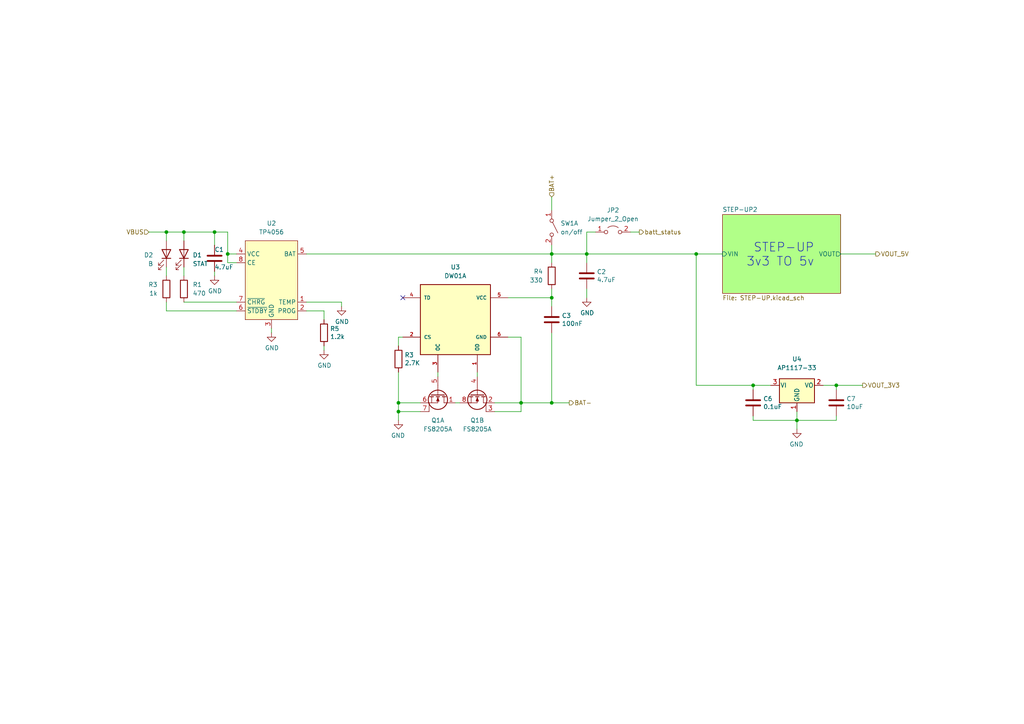
<source format=kicad_sch>
(kicad_sch (version 20211123) (generator eeschema)
  (paper "A4")
  (title_block (title "GPS_CHECK") (date "2022-04-10") (rev "v1.0.0") (company "maykolrey.com"))
  (lib_symbols
    (symbol "Device:C" (pin_numbers hide) (pin_names (offset 0.254))
      (property "Reference" "C" (at 0.635 2.54 0))
      (property "Value" "C" (at 0.635 -2.54 0))
      (symbol "C_0_1"
        (polyline (pts (xy -2.032 -0.762) (xy 2.032 -0.762)) (stroke (width 0.508)))
        (polyline (pts (xy -2.032 0.762) (xy 2.032 0.762)) (stroke (width 0.508)))
      )
      (symbol "C_1_1"
        (pin passive line (at 0 3.81 270) (length 2.794) (name "~") (number "1"))
        (pin passive line (at 0 -3.81 90) (length 2.794) (name "~") (number "2"))
      )
    )
    (symbol "Device:LED" (pin_numbers hide) (pin_names (offset 1.016) hide)
      (property "Reference" "D" (at 0 2.54 0))
      (property "Value" "LED" (at 0 -2.54 0))
      (symbol "LED_0_1"
        (polyline (pts (xy -1.27 -1.27) (xy -1.27 1.27)) (stroke (width 0.254)))
        (polyline (pts (xy -1.27 0) (xy 1.27 0)))
        (polyline (pts (xy 1.27 -1.27) (xy 1.27 1.27) (xy -1.27 0) (xy 1.27 -1.27)) (stroke (width 0.254)))
        (polyline (pts (xy -3.048 -0.762) (xy -4.572 -2.286) (xy -3.81 -2.286) (xy -4.572 -2.286) (xy -4.572 -1.524)))
        (polyline (pts (xy -1.778 -0.762) (xy -3.302 -2.286) (xy -2.54 -2.286) (xy -3.302 -2.286) (xy -3.302 -1.524)))
      )
      (symbol "LED_1_1"
        (pin passive line (at -3.81 0 0) (length 2.54) (name "K") (number "1"))
        (pin passive line (at 3.81 0 180) (length 2.54) (name "A") (number "2"))
      )
    )
    (symbol "Device:R" (pin_numbers hide) (pin_names (offset 0))
      (property "Reference" "R" (at 2.032 0 90))
      (property "Value" "R" (at 0 0 90))
      (symbol "R_0_1"
        (rectangle (start -1.016 -2.54) (end 1.016 2.54) (stroke (width 0.254)))
      )
      (symbol "R_1_1"
        (pin passive line (at 0 3.81 270) (length 1.27) (name "~") (number "1"))
        (pin passive line (at 0 -3.81 90) (length 1.27) (name "~") (number "2"))
      )
    )
    (symbol "Jumper:Jumper_2_Open" (pin_names (offset 0) hide)
      (property "Reference" "JP" (at 0 2.794 0))
      (property "Value" "Jumper_2_Open" (at 0 -2.286 0))
      (symbol "Jumper_2_Open_0_0"
        (circle (center -2.032 0) (radius 0.508))
        (circle (center 2.032 0) (radius 0.508))
      )
      (symbol "Jumper_2_Open_0_1"
        (arc (start 1.524 1.27) (mid 0 1.778) (end -1.524 1.27))
      )
      (symbol "Jumper_2_Open_1_1"
        (pin passive line (at -5.08 0 0) (length 2.54) (name "A") (number "1"))
        (pin passive line (at 5.08 0 180) (length 2.54) (name "B") (number "2"))
      )
    )
    (symbol "Mss_devices:DW01A" (pin_names (offset 1.016))
      (property "Reference" "U" (at -1.27 10.16 0))
      (property "Value" "DW01A" (at -6.35 -3.81 0))
      (symbol "DW01A_0_0"
        (rectangle (start -10.16 -10.16) (end 10.16 10.16) (stroke (width 0.254)) (fill (type background)))
        (pin bidirectional line (at 6.35 -15.24 90) (length 5.08) (name "OD") (number "1"))
        (pin bidirectional line (at -15.24 -5.08 0) (length 5.08) (name "CS") (number "2"))
        (pin bidirectional line (at -5.08 -15.24 90) (length 5.08) (name "OC") (number "3"))
        (pin bidirectional line (at -15.24 6.35 0) (length 5.08) (name "TD") (number "4"))
        (pin power_in line (at 15.24 6.35 180) (length 5.08) (name "VCC") (number "5"))
        (pin power_in line (at 15.24 -5.08 180) (length 5.08) (name "GND") (number "6"))
      )
    )
    (symbol "Mss_devices:Q_Dual_NMOS" (pin_names (offset 0) hide)
      (property "Reference" "Q" (at 6.35 1.27 0))
      (property "Value" "Q_Dual_NMOS" (at 22.86 0 0))
      (symbol "Q_Dual_NMOS_0_1"
        (polyline (pts (xy 0.254 0) (xy -2.54 0)))
        (polyline (pts (xy 0.254 1.905) (xy 0.254 -1.905)) (stroke (width 0.254)))
        (polyline (pts (xy 0.762 -1.27) (xy 0.762 -2.286)) (stroke (width 0.254)))
        (polyline (pts (xy 0.762 0.508) (xy 0.762 -0.508)) (stroke (width 0.254)))
        (polyline (pts (xy 0.762 2.286) (xy 0.762 1.27)) (stroke (width 0.254)))
        (polyline (pts (xy 2.54 2.54) (xy 2.54 1.778)))
        (polyline (pts (xy 2.54 -2.54) (xy 2.54 0) (xy 0.762 0)))
        (polyline (pts (xy 1.016 0) (xy 2.032 0.381) (xy 2.032 -0.381) (xy 1.016 0)) (fill (type outline)))
        (circle (center 1.651 0) (radius 2.794) (stroke (width 0.254)))
      )
      (symbol "Q_Dual_NMOS_1_1"
        (polyline (pts (xy 0.762 -1.778) (xy 2.54 -1.778)))
        (polyline (pts (xy 0.762 1.778) (xy 2.54 1.778)))
        (polyline (pts (xy 5.08 -2.54) (xy 2.54 -2.54)))
        (pin passive line (at 2.54 5.08 270) (length 2.54) (name "D") (number "1"))
        (pin input line (at -5.08 0 0) (length 2.54) (name "G") (number "5"))
        (pin passive line (at 2.54 -5.08 90) (length 2.54) (name "S") (number "6"))
        (pin input line (at 5.08 -5.08 90) (length 2.54) (name "S") (number "7"))
      )
      (symbol "Q_Dual_NMOS_2_1"
        (polyline (pts (xy 0.762 -1.778) (xy 2.54 -1.778)))
        (polyline (pts (xy 0.762 1.778) (xy 2.54 1.778)))
        (polyline (pts (xy 2.54 -1.778) (xy 2.54 -2.794)))
        (polyline (pts (xy 5.08 2.54) (xy 2.54 2.54)))
        (pin passive line (at 2.54 5.08 270) (length 2.54) (name "D") (number "2"))
        (pin passive line (at 5.08 5.08 270) (length 2.54) (name "D") (number "3"))
        (pin input line (at -5.08 0 0) (length 2.54) (name "G") (number "4"))
        (pin passive line (at 2.54 -5.08 90) (length 2.54) (name "D") (number "8"))
      )
    )
    (symbol "Mss_devices:TP4056"
      (property "Reference" "U" (at 6.35 -12.7 0))
      (property "Value" "TP4056" (at 0 0 0))
      (symbol "TP4056_0_0"
        (pin passive line (at 10.16 -6.35 180) (length 2.54) (name "TEMP") (number "1"))
        (pin passive line (at 10.16 -8.89 180) (length 2.54) (name "PROG") (number "2"))
        (pin passive line (at 0 -13.97 90) (length 2.54) (name "GND") (number "3"))
        (pin passive line (at 10.16 7.62 180) (length 2.54) (name "BAT") (number "5"))
        (pin passive line (at -10.16 -8.89 0) (length 2.54) (name "~{STDBY}") (number "6"))
        (pin passive line (at -10.16 -6.35 0) (length 2.54) (name "~{CHRG}") (number "7"))
        (pin passive line (at -10.16 5.08 0) (length 2.54) (name "CE") (number "8"))
      )
      (symbol "TP4056_0_1"
        (rectangle (start -7.62 11.43) (end 7.62 -11.43) (fill (type background)))
      )
      (symbol "TP4056_1_1"
        (pin passive line (at -10.16 7.62 0) (length 2.54) (name "VCC") (number "4"))
      )
    )
    (symbol "Regulator_Linear:AP1117-33" (pin_names (offset 0.254))
      (property "Reference" "U" (at -3.81 3.175 0))
      (property "Value" "AP1117-33" (at 0 3.175 0))
      (symbol "AP1117-33_0_1"
        (rectangle (start -5.08 -5.08) (end 5.08 1.905) (stroke (width 0.254)) (fill (type background)))
      )
      (symbol "AP1117-33_1_1"
        (pin power_in line (at 0 -7.62 90) (length 2.54) (name "GND") (number "1"))
        (pin power_out line (at 7.62 0 180) (length 2.54) (name "VO") (number "2"))
        (pin power_in line (at -7.62 0 0) (length 2.54) (name "VI") (number "3"))
      )
    )
    (symbol "Switch:SW_DPST_x2" (pin_names (offset 0) hide)
      (property "Reference" "SW" (at 0 3.175 0))
      (property "Value" "SW_DPST_x2" (at 0 -2.54 0))
      (symbol "SW_DPST_x2_0_0"
        (circle (center -2.032 0) (radius 0.508))
        (polyline (pts (xy -1.524 0.254) (xy 1.524 1.778)))
        (circle (center 2.032 0) (radius 0.508))
      )
      (symbol "SW_DPST_x2_1_1"
        (pin passive line (at -5.08 0 0) (length 2.54) (name "A") (number "1"))
        (pin passive line (at 5.08 0 180) (length 2.54) (name "B") (number "2"))
      )
      (symbol "SW_DPST_x2_2_1"
        (pin passive line (at -5.08 0 0) (length 2.54) (name "A") (number "3"))
        (pin passive line (at 5.08 0 180) (length 2.54) (name "B") (number "4"))
      )
    )
    (symbol "power:GND" (power) (pin_names (offset 0))
      (property "Value" "GND" (at 0 -3.81 0))
      (symbol "GND_0_1"
        (polyline (pts (xy 0 0) (xy 0 -1.27) (xy 1.27 -1.27) (xy 0 -2.54) (xy -1.27 -1.27) (xy 0 -1.27)))
      )
      (symbol "GND_1_1"
        (pin power_in line (at 0 0 270) (length 0) hide (name "GND") (number "1"))
      )
    )
  )
  (junction (at 151.13 116.84))
  (junction (at 160.02 86.36))
  (junction (at 48.26 67.31))
  (junction (at 160.02 116.84))
  (junction (at 218.44 111.76))
  (junction (at 53.34 67.31))
  (junction (at 201.93 73.66))
  (junction (at 115.57 119.38))
  (junction (at 160.02 73.66))
  (junction (at 242.57 111.76))
  (junction (at 66.04 73.66))
  (junction (at 115.57 116.84))
  (junction (at 62.23 67.31))
  (junction (at 170.18 73.66))
  (junction (at 231.14 121.92))
  (no_connect (at 116.84 86.36))
  (wire (pts (xy 218.44 121.92) (xy 231.14 121.92)))
  (wire (pts (xy 116.84 97.79) (xy 115.57 97.79)))
  (wire (pts (xy 151.13 116.84) (xy 160.02 116.84)))
  (wire (pts (xy 231.14 121.92) (xy 242.57 121.92)))
  (wire (pts (xy 53.34 87.63) (xy 68.58 87.63)))
  (wire (pts (xy 242.57 111.76) (xy 250.19 111.76)))
  (wire (pts (xy 99.06 88.9) (xy 99.06 87.63)))
  (wire (pts (xy 143.51 119.38) (xy 151.13 119.38)))
  (wire (pts (xy 93.98 92.71) (xy 93.98 90.17)))
  (wire (pts (xy 201.93 73.66) (xy 209.55 73.66)))
  (wire (pts (xy 62.23 78.74) (xy 62.23 80.01)))
  (wire (pts (xy 160.02 96.52) (xy 160.02 116.84)))
  (wire (pts (xy 66.04 76.2) (xy 68.58 76.2)))
  (wire (pts (xy 48.26 77.47) (xy 48.26 80.01)))
  (wire (pts (xy 218.44 111.76) (xy 218.44 113.03)))
  (wire (pts (xy 170.18 67.31) (xy 170.18 73.66)))
  (wire (pts (xy 160.02 73.66) (xy 170.18 73.66)))
  (wire (pts (xy 151.13 116.84) (xy 143.51 116.84)))
  (wire (pts (xy 231.14 121.92) (xy 231.14 124.46)))
  (wire (pts (xy 53.34 67.31) (xy 53.34 69.85)))
  (wire (pts (xy 48.26 87.63) (xy 48.26 90.17)))
  (wire (pts (xy 115.57 116.84) (xy 121.92 116.84)))
  (wire (pts (xy 88.9 73.66) (xy 160.02 73.66)))
  (wire (pts (xy 151.13 119.38) (xy 151.13 116.84)))
  (wire (pts (xy 115.57 107.95) (xy 115.57 116.84)))
  (wire (pts (xy 115.57 121.92) (xy 115.57 119.38)))
  (wire (pts (xy 48.26 67.31) (xy 48.26 69.85)))
  (wire (pts (xy 218.44 120.65) (xy 218.44 121.92)))
  (wire (pts (xy 138.43 107.95) (xy 138.43 109.22)))
  (wire (pts (xy 93.98 100.33) (xy 93.98 101.6)))
  (wire (pts (xy 66.04 67.31) (xy 66.04 73.66)))
  (wire (pts (xy 115.57 97.79) (xy 115.57 100.33)))
  (wire (pts (xy 182.88 67.31) (xy 185.42 67.31)))
  (wire (pts (xy 160.02 73.66) (xy 160.02 76.2)))
  (wire (pts (xy 223.52 111.76) (xy 218.44 111.76)))
  (wire (pts (xy 170.18 73.66) (xy 170.18 76.2)))
  (wire (pts (xy 53.34 80.01) (xy 53.34 77.47)))
  (wire (pts (xy 66.04 73.66) (xy 68.58 73.66)))
  (wire (pts (xy 62.23 67.31) (xy 66.04 67.31)))
  (wire (pts (xy 115.57 119.38) (xy 115.57 116.84)))
  (wire (pts (xy 218.44 111.76) (xy 201.93 111.76)))
  (wire (pts (xy 93.98 90.17) (xy 88.9 90.17)))
  (wire (pts (xy 147.32 86.36) (xy 160.02 86.36)))
  (wire (pts (xy 231.14 119.38) (xy 231.14 121.92)))
  (wire (pts (xy 62.23 67.31) (xy 62.23 71.12)))
  (wire (pts (xy 160.02 116.84) (xy 165.1 116.84)))
  (wire (pts (xy 115.57 119.38) (xy 121.92 119.38)))
  (wire (pts (xy 160.02 57.15) (xy 160.02 60.96)))
  (wire (pts (xy 66.04 73.66) (xy 66.04 76.2)))
  (wire (pts (xy 132.08 116.84) (xy 133.35 116.84)))
  (wire (pts (xy 48.26 67.31) (xy 53.34 67.31)))
  (wire (pts (xy 242.57 120.65) (xy 242.57 121.92)))
  (wire (pts (xy 151.13 97.79) (xy 151.13 116.84)))
  (wire (pts (xy 78.74 95.25) (xy 78.74 96.52)))
  (wire (pts (xy 160.02 71.12) (xy 160.02 73.66)))
  (wire (pts (xy 160.02 83.82) (xy 160.02 86.36)))
  (wire (pts (xy 242.57 111.76) (xy 242.57 113.03)))
  (wire (pts (xy 170.18 83.82) (xy 170.18 86.36)))
  (wire (pts (xy 48.26 90.17) (xy 68.58 90.17)))
  (wire (pts (xy 238.76 111.76) (xy 242.57 111.76)))
  (wire (pts (xy 170.18 73.66) (xy 201.93 73.66)))
  (wire (pts (xy 201.93 111.76) (xy 201.93 73.66)))
  (wire (pts (xy 53.34 67.31) (xy 62.23 67.31)))
  (wire (pts (xy 147.32 97.79) (xy 151.13 97.79)))
  (wire (pts (xy 172.72 67.31) (xy 170.18 67.31)))
  (wire (pts (xy 43.18 67.31) (xy 48.26 67.31)))
  (wire (pts (xy 127 107.95) (xy 127 109.22)))
  (wire (pts (xy 243.84 73.66) (xy 254 73.66)))
  (wire (pts (xy 160.02 88.9) (xy 160.02 86.36)))
  (wire (pts (xy 88.9 87.63) (xy 99.06 87.63)))
  (text "STEP-UP\n3v3 TO 5v" (at 236.22 77.47 180) (effects (font (size 2.54 2.54)) (justify right bottom)))
  (hierarchical_label "BAT-" (shape output) (at 165.1 116.84 0))
  (hierarchical_label "VOUT_5V" (shape output) (at 254 73.66 0))
  (hierarchical_label "batt_status" (shape output) (at 185.42 67.31 0))
  (hierarchical_label "VBUS" (shape input) (at 43.18 67.31 180))
  (hierarchical_label "BAT+" (shape input) (at 160.02 57.15 90))
  (hierarchical_label "VOUT_3V3" (shape output) (at 250.19 111.76 0))
  (symbol (lib_id "Device:R") (at 160.02 80.01 0) (mirror x) (unit 1)
    (property "Reference" "R4" (at 157.48 78.7399 0) (effects (justify right)))
    (property "Value" "330" (at 157.48 81.2799 0) (effects (justify right)))
    (property "Footprint" "Resistor_SMD:R_0603_1608Metric" (effects hide))
    (property "Mfg Part #" "CR0603-JW-331ELF" (effects hide))
  )
  (symbol (lib_id "Device:C") (at 160.02 92.71 0) (mirror y) (unit 1)
    (property "Reference" "C3" (at 162.941 91.5416 0) (effects (justify right)))
    (property "Value" "100nF" (at 162.941 93.853 0) (effects (justify right)))
    (property "Footprint" "Capacitor_SMD:C_0603_1608Metric" (effects hide))
    (property "Mfg Part #" "C0603C104M4RACTU" (effects hide))
  )
  (symbol (lib_id "Device:R") (at 115.57 104.14 0) (mirror y) (unit 1)
    (property "Reference" "R3" (at 117.348 102.9716 0) (effects (justify right)))
    (property "Value" "2.7K" (at 117.348 105.283 0) (effects (justify right)))
    (property "Footprint" "Resistor_SMD:R_0603_1608Metric" (effects hide))
  )
  (symbol (lib_id "Device:LED") (at 53.34 73.66 270) (mirror x) (unit 1)
    (property "Reference" "D1" (at 55.88 73.9774 90) (effects (justify left)))
    (property "Value" "STAT" (at 55.88 76.5174 90) (effects (justify left)))
    (property "Footprint" "LED_SMD:LED_0603_1608Metric" (effects hide))
    (property "Mfg Part #" "SML-D12U1WT86" (effects hide))
  )
  (symbol (lib_id "Device:R") (at 53.34 83.82 180) (unit 1)
    (property "Reference" "R1" (at 55.88 82.5499 0) (effects (justify right)))
    (property "Value" "470" (at 55.88 85.0899 0) (effects (justify right)))
    (property "Footprint" "Resistor_SMD:R_0603_1608Metric" (effects hide))
    (property "Mfg Part #" "RC0603JR-07470RL" (effects hide))
  )
  (symbol (lib_id "Device:C") (at 170.18 80.01 0) (mirror y) (unit 1)
    (property "Reference" "C2" (at 173.101 78.8416 0) (effects (justify right)))
    (property "Value" "4.7uF" (at 173.101 81.153 0) (effects (justify right)))
    (property "Footprint" "Capacitor_SMD:C_0603_1608Metric" (effects hide))
  )
  (symbol (lib_id "Device:C") (at 62.23 74.93 0) (mirror y) (unit 1)
    (property "Reference" "C1" (at 62.23 72.39 0) (effects (justify right)))
    (property "Value" "4.7uF" (at 62.23 77.47 0) (effects (justify right)))
    (property "Footprint" "Capacitor_SMD:C_0603_1608Metric" (effects hide))
  )
  (symbol (lib_id "power:GND") (at 99.06 88.9 0) (unit 1)
    (property "Reference" "#PWR0103" (effects hide))
    (property "Value" "GND" (at 99.187 93.2942 0))
  )
  (symbol (lib_id "power:GND") (at 115.57 121.92 0) (mirror y) (unit 1)
    (property "Reference" "#PWR0106" (effects hide))
    (property "Value" "GND" (at 115.443 126.3142 0))
  )
  (symbol (lib_id "Device:C") (at 242.57 116.84 0) (mirror y) (unit 1)
    (property "Reference" "C7" (at 245.491 115.6716 0) (effects (justify right)))
    (property "Value" "10uF" (at 245.491 117.983 0) (effects (justify right)))
    (property "Footprint" "Resistor_SMD:R_0805_2012Metric_Pad1.20x1.40mm_HandSolder" (effects hide))
  )
  (symbol (lib_id "Mss_devices:DW01A") (at 132.08 92.71 0) (unit 1)
    (property "Reference" "U3" (at 132.08 77.47 0))
    (property "Value" "DW01A" (at 132.08 80.01 0))
    (property "Footprint" "Package_TO_SOT_SMD:SOT-23-6" (effects hide))
  )
  (symbol (lib_id "Device:C") (at 218.44 116.84 0) (mirror y) (unit 1)
    (property "Reference" "C6" (at 221.361 115.6716 0) (effects (justify right)))
    (property "Value" "0.1uF" (at 221.361 117.983 0) (effects (justify right)))
    (property "Footprint" "Resistor_SMD:R_0603_1608Metric_Pad0.98x0.95mm_HandSolder" (effects hide))
    (property "Mfg Part #" "C0603C104M4RACTU" (effects hide))
  )
  (symbol (lib_id "Mss_devices:TP4056") (at 78.74 81.28 0) (unit 1)
    (property "Reference" "U2" (at 78.74 64.77 0))
    (property "Value" "TP4056" (at 78.74 67.31 0))
    (property "Footprint" "Package_SO:SOP-8_3.9x4.9mm_P1.27mm" (effects hide))
    (property "Datasheet" "https://dlnmh9ip6v2uc.cloudfront.net/datasheets/Prototyping/TP4056.pdf" (effects hide))
  )
  (symbol (lib_id "Jumper:Jumper_2_Open") (at 177.8 67.31 0) (unit 1)
    (property "Reference" "JP2" (at 177.8 60.96 0))
    (property "Value" "Jumper_2_Open" (at 177.8 63.5 0))
    (property "Footprint" "Jumper:SolderJumper-2_P1.3mm_Open_TrianglePad1.0x1.5mm" (effects hide))
  )
  (symbol (lib_id "Device:R") (at 48.26 83.82 180) (unit 1)
    (property "Reference" "R3" (at 45.72 82.5499 0) (effects (justify left)))
    (property "Value" "1k" (at 45.72 85.0899 0) (effects (justify left)))
    (property "Footprint" "Resistor_SMD:R_0603_1608Metric" (effects hide))
  )
  (symbol (lib_id "Device:LED") (at 48.26 73.66 270) (mirror x) (unit 1)
    (property "Reference" "D2" (at 44.45 73.9774 90) (effects (justify right)))
    (property "Value" "B" (at 44.45 76.5174 90) (effects (justify right)))
    (property "Footprint" "LED_SMD:LED_0603_1608Metric_Pad1.05x0.95mm_HandSolder" (effects hide))
    (property "Mfg Part #" "SML-D12U1WT86" (effects hide))
  )
  (symbol (lib_id "Mss_devices:Q_Dual_NMOS") (at 138.43 114.3 270) (unit 2)
    (property "Reference" "Q1" (at 138.43 121.92 90))
    (property "Value" "FS8205A" (at 138.43 124.46 90))
    (property "Footprint" "Package_SO:TSSOP-8_4.4x3mm_P0.65mm" (effects hide))
  )
  (symbol (lib_id "Device:R") (at 93.98 96.52 180) (unit 1)
    (property "Reference" "R5" (at 95.7326 95.3516 0) (effects (justify right)))
    (property "Value" "1.2k" (at 95.7326 97.663 0) (effects (justify right)))
    (property "Footprint" "Resistor_SMD:R_0603_1608Metric_Pad0.98x0.95mm_HandSolder" (effects hide))
  )
  (symbol (lib_id "power:GND") (at 231.14 124.46 0) (mirror y) (unit 1)
    (property "Reference" "#PWR021" (effects hide))
    (property "Value" "~" (at 231.013 128.8542 0))
  )
  (symbol (lib_id "power:GND") (at 78.74 96.52 0) (unit 1)
    (property "Reference" "#PWR016" (effects hide))
    (property "Value" "~" (at 78.867 100.9142 0))
  )
  (symbol (lib_id "Regulator_Linear:AP1117-33") (at 231.14 111.76 0) (unit 1)
    (property "Reference" "U4" (at 231.14 104.14 0))
    (property "Value" "AP1117-33" (at 231.14 106.68 0))
    (property "Footprint" "Package_TO_SOT_SMD:SOT-223-3_TabPin2" (effects hide))
    (property "Datasheet" "http://www.diodes.com/datasheets/AP1117.pdf" (effects hide))
  )
  (symbol (lib_id "Mss_devices:Q_Dual_NMOS") (at 127 114.3 270) (unit 1)
    (property "Reference" "Q1" (at 127 121.92 90))
    (property "Value" "FS8205A" (at 127 124.46 90))
    (property "Footprint" "Package_SO:TSSOP-8_4.4x3mm_P0.65mm" (effects hide))
  )
  (symbol (lib_id "power:GND") (at 170.18 86.36 0) (unit 1)
    (property "Reference" "#PWR020" (effects hide))
    (property "Value" "~" (at 170.307 90.7542 0))
  )
  (symbol (lib_id "power:GND") (at 62.23 80.01 0) (unit 1)
    (property "Reference" "#PWR015" (effects hide))
    (property "Value" "~" (at 62.357 84.4042 0))
  )
  (symbol (lib_id "Switch:SW_DPST_x2") (at 160.02 66.04 270) (unit 1)
    (property "Reference" "SW1" (at 162.56 64.7699 90) (effects (justify left)))
    (property "Value" "on/off" (at 162.56 67.3099 90) (effects (justify left)))
    (property "Footprint" "Button_Switch_SMD:SW_SPDT_PCM12" (effects hide))
  )
  (symbol (lib_id "power:GND") (at 93.98 101.6 0) (unit 1)
    (property "Reference" "#PWR017" (effects hide))
    (property "Value" "~" (at 94.107 105.9942 0))
  )
  (sheet (at 209.55 62.23) (size 34.29 22.86) (stroke (width 0.1524)) (fill (color 177 255 136 1.0000))
    (property "Sheet name" "STEP-UP2" (at 209.55 61.5184 0) (effects (justify left bottom)))
    (property "Sheet file" "STEP-UP.kicad_sch" (at 209.55 85.6746 0) (effects (justify left top)))
    (pin "VIN" input (at 209.55 73.66 180))
    (pin "VOUT" output (at 243.84 73.66 0))
  )
)
</source>
